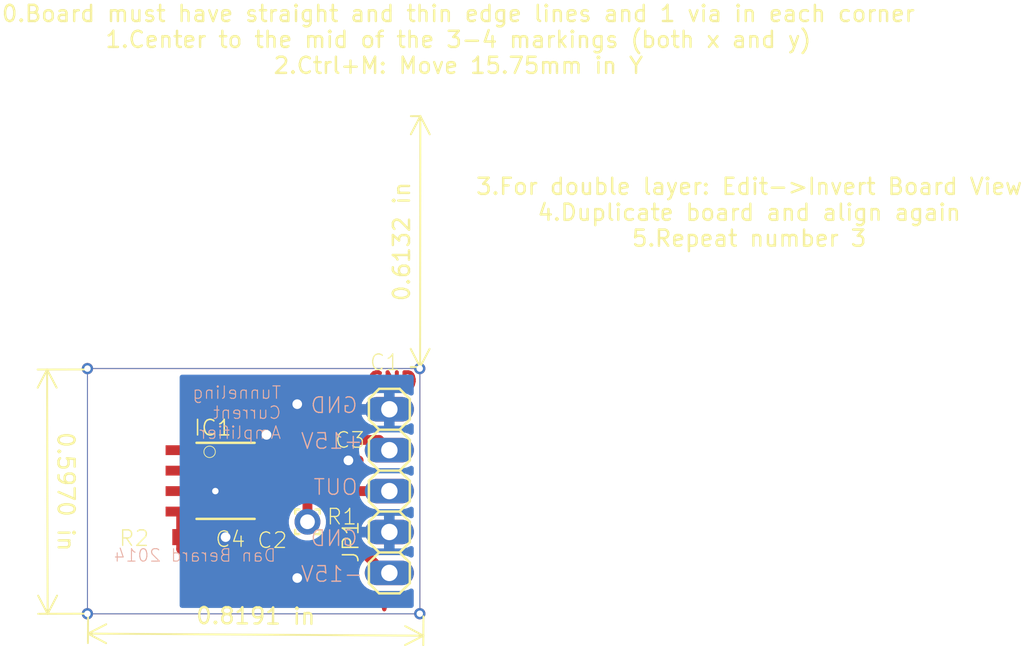
<source format=kicad_pcb>
(kicad_pcb (version 20171130) (host pcbnew "(5.1.5)-3")

  (general
    (thickness 1.6)
    (drawings 23)
    (tracks 51)
    (zones 0)
    (modules 11)
    (nets 7)
  )

  (page A4 portrait)
  (layers
    (0 Top signal)
    (31 Bottom signal)
    (32 B.Adhes user)
    (33 F.Adhes user)
    (34 B.Paste user)
    (35 F.Paste user)
    (36 B.SilkS user)
    (37 F.SilkS user)
    (38 B.Mask user)
    (39 F.Mask user)
    (40 Dwgs.User user)
    (41 Cmts.User user)
    (42 Eco1.User user)
    (43 Eco2.User user)
    (44 Edge.Cuts user)
    (45 Margin user)
    (46 B.CrtYd user)
    (47 F.CrtYd user)
    (48 B.Fab user)
    (49 F.Fab user)
  )

  (setup
    (last_trace_width 0.25)
    (user_trace_width 0.6096)
    (user_trace_width 0.9144)
    (user_trace_width 1.2192)
    (user_trace_width 1.6002)
    (user_trace_width 2.032)
    (trace_clearance 0.2)
    (zone_clearance 0.35)
    (zone_45_only no)
    (trace_min 0.2)
    (via_size 0.8)
    (via_drill 0.4)
    (via_min_size 0.4)
    (via_min_drill 0.3)
    (user_via 0.7 0.4)
    (user_via 1 0.6)
    (user_via 2 0.7)
    (uvia_size 0.3)
    (uvia_drill 0.1)
    (uvias_allowed no)
    (uvia_min_size 0.2)
    (uvia_min_drill 0.1)
    (edge_width 0.05)
    (segment_width 0.2)
    (pcb_text_width 0.3)
    (pcb_text_size 1.5 1.5)
    (mod_edge_width 0.12)
    (mod_text_size 1 1)
    (mod_text_width 0.15)
    (pad_size 1.524 1.524)
    (pad_drill 0.762)
    (pad_to_mask_clearance 0.051)
    (solder_mask_min_width 0.25)
    (aux_axis_origin 0 0)
    (visible_elements 7FFFFFFF)
    (pcbplotparams
      (layerselection 0x00080_7ffffffe)
      (usegerberextensions false)
      (usegerberattributes false)
      (usegerberadvancedattributes false)
      (creategerberjobfile false)
      (excludeedgelayer true)
      (linewidth 0.100000)
      (plotframeref false)
      (viasonmask true)
      (mode 1)
      (useauxorigin false)
      (hpglpennumber 1)
      (hpglpenspeed 20)
      (hpglpendiameter 15.000000)
      (psnegative false)
      (psa4output false)
      (plotreference true)
      (plotvalue true)
      (plotinvisibletext false)
      (padsonsilk false)
      (subtractmaskfromsilk false)
      (outputformat 4)
      (mirror false)
      (drillshape 0)
      (scaleselection 1)
      (outputdirectory "out/"))
  )

  (net 0 "")
  (net 1 +9V)
  (net 2 -9V)
  (net 3 GND)
  (net 4 "Net-(JP1-Pad3)")
  (net 5 "Net-(IC1-Pad6)")
  (net 6 "Net-(IC1-Pad2)")

  (net_class Default "Esta é a classe de rede padrão."
    (clearance 0.2)
    (trace_width 0.25)
    (via_dia 0.8)
    (via_drill 0.4)
    (uvia_dia 0.3)
    (uvia_drill 0.1)
    (add_net +9V)
    (add_net -9V)
    (add_net GND)
    (add_net "Net-(IC1-Pad2)")
    (add_net "Net-(IC1-Pad6)")
    (add_net "Net-(JP1-Pad3)")
  )

  (module "" (layer Top) (tedit 0) (tstamp 5E91E234)
    (at 141.92748 35.35888)
    (fp_text reference @HOLE0 (at 0 0) (layer F.SilkS) hide
      (effects (font (size 1.27 1.27) (thickness 0.15)))
    )
    (fp_text value "" (at 0 0) (layer F.SilkS)
      (effects (font (size 1.27 1.27) (thickness 0.15)))
    )
    (pad "" np_thru_hole circle (at 0 0) (size 2.1082 2.1082) (drill 2.1082) (layers *.Cu *.Mask))
  )

  (module "" (layer Top) (tedit 0) (tstamp 5E91E285)
    (at 143.51498 41.07388)
    (fp_text reference @HOLE1 (at 0 0) (layer F.SilkS) hide
      (effects (font (size 1.27 1.27) (thickness 0.15)))
    )
    (fp_text value "" (at 0 0) (layer F.SilkS)
      (effects (font (size 1.27 1.27) (thickness 0.15)))
    )
    (pad "" np_thru_hole circle (at 0 0) (size 2.2606 2.2606) (drill 2.2606) (layers *.Cu *.Mask))
  )

  (module "" (layer Top) (tedit 0) (tstamp 5E91E1BF)
    (at 143.51498 29.64388)
    (fp_text reference @HOLE2 (at 0 0) (layer F.SilkS) hide
      (effects (font (size 1.27 1.27) (thickness 0.15)))
    )
    (fp_text value "" (at 0 0) (layer F.SilkS)
      (effects (font (size 1.27 1.27) (thickness 0.15)))
    )
    (pad "" np_thru_hole circle (at 0 0) (size 2.2606 2.2606) (drill 2.2606) (layers *.Cu *.Mask))
  )

  (module tunnelAmp:C_6032-28W (layer Top) (tedit 0) (tstamp 5E91E2C3)
    (at 151.76998 29.96138 180)
    (descr "<b>Chip Capacitor Type KEMET C / EIA 6032-28 Wafe solder</b><p>\nKEMET U / EIA 6032-15")
    (path /5D5D4D2F)
    (fp_text reference C1 (at -5.08 2.032) (layer F.SilkS)
      (effects (font (size 0.9652 0.9652) (thickness 0.077216)) (justify left bottom))
    )
    (fp_text value 4.7uF (at -3 3.05 180) (layer F.Fab) hide
      (effects (font (size 1.2065 1.2065) (thickness 0.1016)) (justify right top))
    )
    (fp_poly (pts (xy 1.95 1.575) (xy 2.45 1.575) (xy 2.45 -1.575) (xy 1.95 -1.575)) (layer F.Fab) (width 0))
    (fp_poly (pts (xy 2.85 1.1) (xy 3 1.1) (xy 3 -1.1) (xy 2.85 -1.1)) (layer F.Fab) (width 0))
    (fp_poly (pts (xy -3 1.1) (xy -2.85 1.1) (xy -2.85 -1.1) (xy -3 -1.1)) (layer F.Fab) (width 0))
    (fp_line (start -2.8 1.55) (end -2.8 -1.55) (layer F.Fab) (width 0.1016))
    (fp_line (start 2.8 1.55) (end -2.8 1.55) (layer F.Fab) (width 0.1016))
    (fp_line (start 2.8 -1.55) (end 2.8 1.55) (layer F.Fab) (width 0.1016))
    (fp_line (start -2.8 -1.55) (end 2.8 -1.55) (layer F.Fab) (width 0.1016))
    (pad - smd rect (at -2.625 0 180) (size 2.75 1.8) (layers Top F.Paste F.Mask)
      (net 3 GND) (solder_mask_margin 0.1016))
    (pad + smd rect (at 2.625 0 180) (size 2.75 1.8) (layers Top F.Paste F.Mask)
      (net 1 +9V) (solder_mask_margin 0.1016))
  )

  (module tunnelAmp:C_6032-28W (layer Top) (tedit 0) (tstamp 5E91E29F)
    (at 151.76998 40.75638 180)
    (descr "<b>Chip Capacitor Type KEMET C / EIA 6032-28 Wafe solder</b><p>\nKEMET U / EIA 6032-15")
    (path /39D9FF9F)
    (fp_text reference C2 (at 1.905 1.778) (layer F.SilkS)
      (effects (font (size 0.9652 0.9652) (thickness 0.077216)) (justify left bottom))
    )
    (fp_text value 4.7uF (at -3 3.05 180) (layer F.Fab) hide
      (effects (font (size 1.2065 1.2065) (thickness 0.1016)) (justify right top))
    )
    (fp_poly (pts (xy 1.95 1.575) (xy 2.45 1.575) (xy 2.45 -1.575) (xy 1.95 -1.575)) (layer F.Fab) (width 0))
    (fp_poly (pts (xy 2.85 1.1) (xy 3 1.1) (xy 3 -1.1) (xy 2.85 -1.1)) (layer F.Fab) (width 0))
    (fp_poly (pts (xy -3 1.1) (xy -2.85 1.1) (xy -2.85 -1.1) (xy -3 -1.1)) (layer F.Fab) (width 0))
    (fp_line (start -2.8 1.55) (end -2.8 -1.55) (layer F.Fab) (width 0.1016))
    (fp_line (start 2.8 1.55) (end -2.8 1.55) (layer F.Fab) (width 0.1016))
    (fp_line (start 2.8 -1.55) (end 2.8 1.55) (layer F.Fab) (width 0.1016))
    (fp_line (start -2.8 -1.55) (end 2.8 -1.55) (layer F.Fab) (width 0.1016))
    (pad - smd rect (at -2.625 0 180) (size 2.75 1.8) (layers Top F.Paste F.Mask)
      (net 3 GND) (solder_mask_margin 0.1016))
    (pad + smd rect (at 2.625 0 180) (size 2.75 1.8) (layers Top F.Paste F.Mask)
      (net 2 -9V) (solder_mask_margin 0.1016))
  )

  (module tunnelAmp:C0603 (layer Top) (tedit 0) (tstamp 5E91E0F4)
    (at 153.67498 33.45388)
    (descr "<b>CAPACITOR</b><p>\nchip")
    (path /88676885)
    (fp_text reference C3 (at 1.016 -0.6985) (layer F.SilkS)
      (effects (font (size 0.9652 0.9652) (thickness 0.077216)) (justify left bottom))
    )
    (fp_text value 0.1uF (at -0.889 2.032) (layer F.Fab) hide
      (effects (font (size 1.2065 1.2065) (thickness 0.1016)) (justify left bottom))
    )
    (fp_poly (pts (xy -0.1999 0.3) (xy 0.1999 0.3) (xy 0.1999 -0.3) (xy -0.1999 -0.3)) (layer F.Adhes) (width 0))
    (fp_poly (pts (xy 0.3302 0.4699) (xy 0.8303 0.4699) (xy 0.8303 -0.4801) (xy 0.3302 -0.4801)) (layer F.Fab) (width 0))
    (fp_poly (pts (xy -0.8382 0.4699) (xy -0.3381 0.4699) (xy -0.3381 -0.4801) (xy -0.8382 -0.4801)) (layer F.Fab) (width 0))
    (fp_line (start -0.356 0.419) (end 0.356 0.419) (layer F.Fab) (width 0.1016))
    (fp_line (start -0.356 -0.432) (end 0.356 -0.432) (layer F.Fab) (width 0.1016))
    (fp_line (start -1.473 0.983) (end -1.473 -0.983) (layer Dwgs.User) (width 0.0508))
    (fp_line (start 1.473 0.983) (end -1.473 0.983) (layer Dwgs.User) (width 0.0508))
    (fp_line (start 1.473 -0.983) (end 1.473 0.983) (layer Dwgs.User) (width 0.0508))
    (fp_line (start -1.473 -0.983) (end 1.473 -0.983) (layer Dwgs.User) (width 0.0508))
    (pad 2 smd rect (at 0.85 0) (size 1.1 1) (layers Top F.Paste F.Mask)
      (net 3 GND) (solder_mask_margin 0.1016))
    (pad 1 smd rect (at -0.85 0) (size 1.1 1) (layers Top F.Paste F.Mask)
      (net 1 +9V) (solder_mask_margin 0.1016))
  )

  (module tunnelAmp:C0603 (layer Top) (tedit 0) (tstamp 5E91E25F)
    (at 146.05498 38.21638)
    (descr "<b>CAPACITOR</b><p>\nchip")
    (path /03F6E73E)
    (fp_text reference C4 (at 1.2065 0.6985) (layer F.SilkS)
      (effects (font (size 0.9652 0.9652) (thickness 0.077216)) (justify left bottom))
    )
    (fp_text value 0.1uF (at -0.889 2.032) (layer F.Fab) hide
      (effects (font (size 1.2065 1.2065) (thickness 0.1016)) (justify left bottom))
    )
    (fp_poly (pts (xy -0.1999 0.3) (xy 0.1999 0.3) (xy 0.1999 -0.3) (xy -0.1999 -0.3)) (layer F.Adhes) (width 0))
    (fp_poly (pts (xy 0.3302 0.4699) (xy 0.8303 0.4699) (xy 0.8303 -0.4801) (xy 0.3302 -0.4801)) (layer F.Fab) (width 0))
    (fp_poly (pts (xy -0.8382 0.4699) (xy -0.3381 0.4699) (xy -0.3381 -0.4801) (xy -0.8382 -0.4801)) (layer F.Fab) (width 0))
    (fp_line (start -0.356 0.419) (end 0.356 0.419) (layer F.Fab) (width 0.1016))
    (fp_line (start -0.356 -0.432) (end 0.356 -0.432) (layer F.Fab) (width 0.1016))
    (fp_line (start -1.473 0.983) (end -1.473 -0.983) (layer Dwgs.User) (width 0.0508))
    (fp_line (start 1.473 0.983) (end -1.473 0.983) (layer Dwgs.User) (width 0.0508))
    (fp_line (start 1.473 -0.983) (end 1.473 0.983) (layer Dwgs.User) (width 0.0508))
    (fp_line (start -1.473 -0.983) (end 1.473 -0.983) (layer Dwgs.User) (width 0.0508))
    (pad 2 smd rect (at 0.85 0) (size 1.1 1) (layers Top F.Paste F.Mask)
      (net 3 GND) (solder_mask_margin 0.1016))
    (pad 1 smd rect (at -0.85 0) (size 1.1 1) (layers Top F.Paste F.Mask)
      (net 2 -9V) (solder_mask_margin 0.1016))
  )

  (module tunnelAmp:R0603 (layer Top) (tedit 0) (tstamp 5E91E073)
    (at 153.67498 35.35888)
    (descr "<b>RESISTOR</b><p>\nchip")
    (path /A4A47D12)
    (fp_text reference R1 (at 0.508 2.159) (layer F.SilkS)
      (effects (font (size 0.9652 0.9652) (thickness 0.077216)) (justify left bottom))
    )
    (fp_text value 220 (at -0.889 2.032) (layer F.Fab) hide
      (effects (font (size 1.2065 1.2065) (thickness 0.1016)) (justify left bottom))
    )
    (fp_poly (pts (xy -0.1999 0.4001) (xy 0.1999 0.4001) (xy 0.1999 -0.4001) (xy -0.1999 -0.4001)) (layer F.Adhes) (width 0))
    (fp_poly (pts (xy -0.8382 0.4318) (xy -0.4318 0.4318) (xy -0.4318 -0.4318) (xy -0.8382 -0.4318)) (layer F.Fab) (width 0))
    (fp_poly (pts (xy 0.4318 0.4318) (xy 0.8382 0.4318) (xy 0.8382 -0.4318) (xy 0.4318 -0.4318)) (layer F.Fab) (width 0))
    (fp_line (start -1.473 0.983) (end -1.473 -0.983) (layer Dwgs.User) (width 0.0508))
    (fp_line (start 1.473 0.983) (end -1.473 0.983) (layer Dwgs.User) (width 0.0508))
    (fp_line (start 1.473 -0.983) (end 1.473 0.983) (layer Dwgs.User) (width 0.0508))
    (fp_line (start -1.473 -0.983) (end 1.473 -0.983) (layer Dwgs.User) (width 0.0508))
    (fp_line (start 0.432 -0.356) (end -0.432 -0.356) (layer F.Fab) (width 0.1524))
    (fp_line (start -0.432 0.356) (end 0.432 0.356) (layer F.Fab) (width 0.1524))
    (pad 2 smd rect (at 0.85 0) (size 1 1.1) (layers Top F.Paste F.Mask)
      (net 4 "Net-(JP1-Pad3)") (solder_mask_margin 0.1016))
    (pad 1 smd rect (at -0.85 0) (size 1 1.1) (layers Top F.Paste F.Mask)
      (net 5 "Net-(IC1-Pad6)") (solder_mask_margin 0.1016))
  )

  (module tunnelAmp:SO08 (layer Top) (tedit 0) (tstamp 5E91E0B6)
    (at 147.95998 34.72388 270)
    (descr "<b>Small Outline Package</b>")
    (path /22F7723E)
    (fp_text reference IC1 (at -2.7305 2.032) (layer F.SilkS)
      (effects (font (size 0.9652 0.9652) (thickness 0.09652)) (justify left bottom))
    )
    (fp_text value OPA124U (at 4.0005 2.032) (layer F.Fab) hide
      (effects (font (size 1.2065 1.2065) (thickness 0.127)) (justify left bottom))
    )
    (fp_poly (pts (xy 1.7272 -1.8542) (xy 2.0828 -1.8542) (xy 2.0828 -2.8702) (xy 1.7272 -2.8702)) (layer F.Fab) (width 0))
    (fp_poly (pts (xy 0.4572 -1.8542) (xy 0.8128 -1.8542) (xy 0.8128 -2.8702) (xy 0.4572 -2.8702)) (layer F.Fab) (width 0))
    (fp_poly (pts (xy -0.8128 -1.8542) (xy -0.4572 -1.8542) (xy -0.4572 -2.8702) (xy -0.8128 -2.8702)) (layer F.Fab) (width 0))
    (fp_poly (pts (xy -2.0828 -1.8542) (xy -1.7272 -1.8542) (xy -1.7272 -2.8702) (xy -2.0828 -2.8702)) (layer F.Fab) (width 0))
    (fp_poly (pts (xy 1.7272 2.8702) (xy 2.0828 2.8702) (xy 2.0828 1.8542) (xy 1.7272 1.8542)) (layer F.Fab) (width 0))
    (fp_poly (pts (xy 0.4572 2.8702) (xy 0.8128 2.8702) (xy 0.8128 1.8542) (xy 0.4572 1.8542)) (layer F.Fab) (width 0))
    (fp_poly (pts (xy -0.8128 2.8702) (xy -0.4572 2.8702) (xy -0.4572 1.8542) (xy -0.8128 1.8542)) (layer F.Fab) (width 0))
    (fp_poly (pts (xy -2.0828 2.8702) (xy -1.7272 2.8702) (xy -1.7272 1.8542) (xy -2.0828 1.8542)) (layer F.Fab) (width 0))
    (fp_circle (center -1.8034 0.9906) (end -1.4478 0.9906) (layer F.SilkS) (width 0.0508))
    (fp_line (start -2.362 -1.803) (end -2.362 1.803) (layer F.SilkS) (width 0.1524))
    (fp_line (start 2.362 -1.803) (end -2.362 -1.803) (layer F.Fab) (width 0.1524))
    (fp_line (start 2.362 1.803) (end 2.362 -1.803) (layer F.SilkS) (width 0.1524))
    (fp_line (start -2.362 1.803) (end 2.362 1.803) (layer F.Fab) (width 0.1524))
    (pad 5 smd rect (at 1.905 -2.6162 270) (size 0.6096 2.2098) (layers Top F.Paste F.Mask)
      (solder_mask_margin 0.1016))
    (pad 4 smd rect (at 1.905 2.6162 270) (size 0.6096 2.2098) (layers Top F.Paste F.Mask)
      (net 2 -9V) (solder_mask_margin 0.1016))
    (pad 6 smd rect (at 0.635 -2.6162 270) (size 0.6096 2.2098) (layers Top F.Paste F.Mask)
      (net 5 "Net-(IC1-Pad6)") (solder_mask_margin 0.1016))
    (pad 7 smd rect (at -0.635 -2.6162 270) (size 0.6096 2.2098) (layers Top F.Paste F.Mask)
      (net 1 +9V) (solder_mask_margin 0.1016))
    (pad 3 smd rect (at 0.635 2.6162 270) (size 0.6096 2.2098) (layers Top F.Paste F.Mask)
      (net 3 GND) (solder_mask_margin 0.1016))
    (pad 2 smd rect (at -0.635 2.6162 270) (size 0.6096 2.2098) (layers Top F.Paste F.Mask)
      (net 6 "Net-(IC1-Pad2)") (solder_mask_margin 0.1016))
    (pad 8 smd rect (at -1.905 -2.6162 270) (size 0.6096 2.2098) (layers Top F.Paste F.Mask)
      (net 3 GND) (solder_mask_margin 0.1016))
    (pad 1 smd rect (at -1.905 2.6162 270) (size 0.6096 2.2098) (layers Top F.Paste F.Mask)
      (solder_mask_margin 0.1016))
  )

  (module tunnelAmp:1X05 (layer Top) (tedit 0) (tstamp 5E91E159)
    (at 158.11998 35.35888 270)
    (descr "<b>PIN HEADER</b>")
    (path /0B60073D)
    (fp_text reference JP1 (at 4.5212 1.8288 90) (layer F.SilkS)
      (effects (font (size 0.9652 0.9652) (thickness 0.09652)) (justify left bottom))
    )
    (fp_text value PINHD-1X5 (at -6.35 3.175 90) (layer F.Fab)
      (effects (font (size 1.2065 1.2065) (thickness 0.09652)) (justify left bottom))
    )
    (fp_poly (pts (xy 4.826 0.254) (xy 5.334 0.254) (xy 5.334 -0.254) (xy 4.826 -0.254)) (layer F.Fab) (width 0))
    (fp_poly (pts (xy -5.334 0.254) (xy -4.826 0.254) (xy -4.826 -0.254) (xy -5.334 -0.254)) (layer F.Fab) (width 0))
    (fp_poly (pts (xy -2.794 0.254) (xy -2.286 0.254) (xy -2.286 -0.254) (xy -2.794 -0.254)) (layer F.Fab) (width 0))
    (fp_poly (pts (xy -0.254 0.254) (xy 0.254 0.254) (xy 0.254 -0.254) (xy -0.254 -0.254)) (layer F.Fab) (width 0))
    (fp_poly (pts (xy 2.286 0.254) (xy 2.794 0.254) (xy 2.794 -0.254) (xy 2.286 -0.254)) (layer F.Fab) (width 0))
    (fp_line (start 5.715 1.27) (end 4.445 1.27) (layer F.SilkS) (width 0.1524))
    (fp_line (start 3.81 0.635) (end 4.445 1.27) (layer F.SilkS) (width 0.1524))
    (fp_line (start 4.445 -1.27) (end 3.81 -0.635) (layer F.SilkS) (width 0.1524))
    (fp_line (start 6.35 0.635) (end 5.715 1.27) (layer F.SilkS) (width 0.1524))
    (fp_line (start 6.35 -0.635) (end 6.35 0.635) (layer F.SilkS) (width 0.1524))
    (fp_line (start 5.715 -1.27) (end 6.35 -0.635) (layer F.SilkS) (width 0.1524))
    (fp_line (start 4.445 -1.27) (end 5.715 -1.27) (layer F.SilkS) (width 0.1524))
    (fp_line (start -4.445 1.27) (end -5.715 1.27) (layer F.SilkS) (width 0.1524))
    (fp_line (start -6.35 0.635) (end -5.715 1.27) (layer F.SilkS) (width 0.1524))
    (fp_line (start -5.715 -1.27) (end -6.35 -0.635) (layer F.SilkS) (width 0.1524))
    (fp_line (start -6.35 -0.635) (end -6.35 0.635) (layer F.SilkS) (width 0.1524))
    (fp_line (start -3.175 1.27) (end -3.81 0.635) (layer F.SilkS) (width 0.1524))
    (fp_line (start -1.905 1.27) (end -3.175 1.27) (layer F.SilkS) (width 0.1524))
    (fp_line (start -1.27 0.635) (end -1.905 1.27) (layer F.SilkS) (width 0.1524))
    (fp_line (start -1.27 -0.635) (end -1.27 0.635) (layer F.SilkS) (width 0.1524))
    (fp_line (start -1.905 -1.27) (end -1.27 -0.635) (layer F.SilkS) (width 0.1524))
    (fp_line (start -3.175 -1.27) (end -1.905 -1.27) (layer F.SilkS) (width 0.1524))
    (fp_line (start -3.81 -0.635) (end -3.175 -1.27) (layer F.SilkS) (width 0.1524))
    (fp_line (start -3.81 0.635) (end -4.445 1.27) (layer F.SilkS) (width 0.1524))
    (fp_line (start -3.81 -0.635) (end -3.81 0.635) (layer F.SilkS) (width 0.1524))
    (fp_line (start -4.445 -1.27) (end -3.81 -0.635) (layer F.SilkS) (width 0.1524))
    (fp_line (start -5.715 -1.27) (end -4.445 -1.27) (layer F.SilkS) (width 0.1524))
    (fp_line (start 3.175 1.27) (end 1.905 1.27) (layer F.SilkS) (width 0.1524))
    (fp_line (start 1.27 0.635) (end 1.905 1.27) (layer F.SilkS) (width 0.1524))
    (fp_line (start 1.905 -1.27) (end 1.27 -0.635) (layer F.SilkS) (width 0.1524))
    (fp_line (start -0.635 1.27) (end -1.27 0.635) (layer F.SilkS) (width 0.1524))
    (fp_line (start 0.635 1.27) (end -0.635 1.27) (layer F.SilkS) (width 0.1524))
    (fp_line (start 1.27 0.635) (end 0.635 1.27) (layer F.SilkS) (width 0.1524))
    (fp_line (start 1.27 -0.635) (end 1.27 0.635) (layer F.SilkS) (width 0.1524))
    (fp_line (start 0.635 -1.27) (end 1.27 -0.635) (layer F.SilkS) (width 0.1524))
    (fp_line (start -0.635 -1.27) (end 0.635 -1.27) (layer F.SilkS) (width 0.1524))
    (fp_line (start -1.27 -0.635) (end -0.635 -1.27) (layer F.SilkS) (width 0.1524))
    (fp_line (start 3.81 0.635) (end 3.175 1.27) (layer F.SilkS) (width 0.1524))
    (fp_line (start 3.81 -0.635) (end 3.81 0.635) (layer F.SilkS) (width 0.1524))
    (fp_line (start 3.175 -1.27) (end 3.81 -0.635) (layer F.SilkS) (width 0.1524))
    (fp_line (start 1.905 -1.27) (end 3.175 -1.27) (layer F.SilkS) (width 0.1524))
    (pad 5 thru_hole oval (at 5.08 0) (size 3.048 1.524) (drill 1.016) (layers *.Cu *.Mask)
      (net 2 -9V) (solder_mask_margin 0.1016))
    (pad 4 thru_hole oval (at 2.54 0) (size 3.048 1.524) (drill 1.016) (layers *.Cu *.Mask)
      (net 3 GND) (solder_mask_margin 0.1016))
    (pad 3 thru_hole oval (at 0 0) (size 3.048 1.524) (drill 1.016) (layers *.Cu *.Mask)
      (net 4 "Net-(JP1-Pad3)") (solder_mask_margin 0.1016))
    (pad 2 thru_hole oval (at -2.54 0) (size 3.048 1.524) (drill 1.016) (layers *.Cu *.Mask)
      (net 1 +9V) (solder_mask_margin 0.1016))
    (pad 1 thru_hole oval (at -5.08 0) (size 3.048 1.524) (drill 1.016) (layers *.Cu *.Mask)
      (net 3 GND) (solder_mask_margin 0.1016))
  )

  (module tunnelAmp:1,6_0,9 (layer Top) (tedit 0) (tstamp 5E91E1E3)
    (at 153.03998 37.26388)
    (descr "<b>THROUGH-HOLE PAD</b>")
    (path /BDB91568)
    (fp_text reference PAD1 (at -0.762 -1.016) (layer F.SilkS) hide
      (effects (font (size 1.2065 1.2065) (thickness 0.127)) (justify left bottom))
    )
    (fp_text value 1,6_0,9 (at 0 -0.6) (layer F.Fab)
      (effects (font (size 0.02413 0.02413) (thickness 0.00193)) (justify left bottom))
    )
    (fp_circle (center 0 0) (end 0.635 0) (layer F.Fab) (width 0.1524))
    (fp_line (start 0.762 -0.762) (end 0.508 -0.762) (layer F.SilkS) (width 0.1524))
    (fp_line (start 0.762 -0.508) (end 0.762 -0.762) (layer F.SilkS) (width 0.1524))
    (fp_line (start 0.762 0.762) (end 0.762 0.508) (layer F.SilkS) (width 0.1524))
    (fp_line (start 0.508 0.762) (end 0.762 0.762) (layer F.SilkS) (width 0.1524))
    (fp_line (start -0.762 0.762) (end -0.508 0.762) (layer F.SilkS) (width 0.1524))
    (fp_line (start -0.762 0.508) (end -0.762 0.762) (layer F.SilkS) (width 0.1524))
    (fp_line (start -0.762 -0.762) (end -0.762 -0.508) (layer F.SilkS) (width 0.1524))
    (fp_line (start -0.508 -0.762) (end -0.762 -0.762) (layer F.SilkS) (width 0.1524))
    (pad 1 thru_hole circle (at 0 0) (size 1.6002 1.6002) (drill 0.9144) (layers *.Cu *.Mask)
      (net 5 "Net-(IC1-Pad6)") (solder_mask_margin 0.1016))
  )

  (gr_text "3.For double layer: Edit->Invert Board View\n4.Duplicate board and align again\n5.Repeat number 3\n" (at 180.4416 18.0594) (layer F.SilkS) (tstamp 5EA1EA64)
    (effects (font (size 1 1) (thickness 0.15)))
  )
  (gr_line (start 139.38494 27.74634) (end 139.38494 42.97634) (layer Bottom) (width 0.05) (tstamp 5E91F9F0))
  (gr_line (start 160.00994 27.74634) (end 139.38494 27.74634) (layer Bottom) (width 0.05) (tstamp 5E91F9EF))
  (gr_line (start 160.00994 42.97634) (end 160.00994 27.74634) (layer Bottom) (width 0.05) (tstamp 5E91F9EE))
  (gr_line (start 139.38494 42.97634) (end 160.00994 42.97634) (layer Bottom) (width 0.05) (tstamp 5E91F9ED))
  (gr_text "0.Board must have straight and thin edge lines and 1 via in each corner\n1.Center to the mid of the 3-4 markings (both x and y)\n2.Ctrl+M: Move 15.75mm in Y" (at 162.39998 7.3279) (layer F.SilkS)
    (effects (font (size 1 1) (thickness 0.15)))
  )
  (dimension 15.575285 (width 0.12) (layer F.SilkS)
    (gr_text "15,75 mm" (at 158.763888 19.866838 90) (layer F.SilkS)
      (effects (font (size 1 1) (thickness 0.15)))
    )
    (feature1 (pts (xy 160.03524 27.65552) (xy 159.441117 27.655036)))
    (feature2 (pts (xy 160.04794 12.08024) (xy 159.453817 12.079756)))
    (crossbar (pts (xy 160.040238 12.080234) (xy 160.027538 27.655514)))
    (arrow1a (pts (xy 160.027538 27.655514) (xy 159.442036 26.528532)))
    (arrow1b (pts (xy 160.027538 27.655514) (xy 160.614877 26.529489)))
    (arrow2a (pts (xy 160.040238 12.080234) (xy 159.452899 13.206259)))
    (arrow2b (pts (xy 160.040238 12.080234) (xy 160.62574 13.207216)))
  )
  (dimension 15.164376 (width 0.12) (layer F.SilkS) (tstamp 5E91E043)
    (gr_text "15,164 mm" (at 135.634766 35.397503 -89.87523996) (layer F.SilkS) (tstamp 5E91E043)
      (effects (font (size 1 1) (thickness 0.15)))
    )
    (feature1 (pts (xy 139.27074 27.80738) (xy 136.301833 27.813845)))
    (feature2 (pts (xy 139.30376 42.97172) (xy 136.334853 42.978185)))
    (crossbar (pts (xy 136.921273 42.976908) (xy 136.888253 27.812568)))
    (arrow1a (pts (xy 136.888253 27.812568) (xy 137.477125 28.937792)))
    (arrow1b (pts (xy 136.888253 27.812568) (xy 136.304287 28.940346)))
    (arrow2a (pts (xy 136.921273 42.976908) (xy 137.505239 41.84913)))
    (arrow2b (pts (xy 136.921273 42.976908) (xy 136.332401 41.851684)))
  )
  (dimension 20.805543 (width 0.12) (layer F.SilkS) (tstamp 5E91E037)
    (gr_text "20,806 mm" (at 149.817939 45.541422 -0.3567387371) (layer F.SilkS) (tstamp 5E91E037)
      (effects (font (size 1 1) (thickness 0.15)))
    )
    (feature1 (pts (xy 139.43076 43.00474) (xy 139.419625 44.793086)))
    (feature2 (pts (xy 160.2359 43.13428) (xy 160.224765 44.922626)))
    (crossbar (pts (xy 160.228416 44.336217) (xy 139.423276 44.206677)))
    (arrow1a (pts (xy 139.423276 44.206677) (xy 140.553409 43.627281)))
    (arrow1b (pts (xy 139.423276 44.206677) (xy 140.546107 44.8001)))
    (arrow2a (pts (xy 160.228416 44.336217) (xy 159.105585 43.742794)))
    (arrow2b (pts (xy 160.228416 44.336217) (xy 159.098283 44.915613)))
  )
  (gr_text GND (at 158.29788 28.53128) (layer Top) (tstamp 5E91E204)
    (effects (font (size 1 1) (thickness 0.25)))
  )
  (gr_text V- (at 158.42488 42.24728) (layer Top) (tstamp 5E91E111)
    (effects (font (size 1 1) (thickness 0.25)))
  )
  (gr_line (start 139.38748 42.97888) (end 160.01248 42.97888) (layer Top) (width 0.05) (tstamp 5E91E2DC))
  (gr_line (start 160.01248 27.74888) (end 139.38748 27.74888) (layer Top) (width 0.05) (tstamp 5E91E11A))
  (gr_line (start 139.38748 27.74888) (end 139.38748 42.97888) (layer Top) (width 0.05) (tstamp 5E91E117))
  (gr_line (start 160.01248 42.97888) (end 160.01248 27.74888) (layer Top) (width 0.05) (tstamp 5E91E240))
  (gr_text "Tunneling\nCurrent\nAmplifier" (at 151.45248 32.18388) (layer B.SilkS) (tstamp 5E91E123)
    (effects (font (size 0.77216 0.77216) (thickness 0.065024)) (justify left bottom mirror))
  )
  (gr_text "Dan Berard 2014" (at 151.13498 39.80388) (layer B.SilkS) (tstamp 5E91E1FE)
    (effects (font (size 0.77216 0.77216) (thickness 0.065024)) (justify left bottom mirror))
  )
  (gr_text R2 (at 141.29248 38.85138) (layer F.SilkS) (tstamp 5E91E291)
    (effects (font (size 0.9652 0.9652) (thickness 0.08128)) (justify left bottom))
  )
  (gr_text GND (at 156.21498 30.59638) (layer B.SilkS) (tstamp 5E91E05D)
    (effects (font (size 0.9652 0.9652) (thickness 0.08128)) (justify left bottom mirror))
  )
  (gr_text +15V (at 156.53248 32.81888) (layer B.SilkS) (tstamp 5E91E099)
    (effects (font (size 0.9652 0.9652) (thickness 0.08128)) (justify left bottom mirror))
  )
  (gr_text OUT (at 156.21498 35.67638) (layer B.SilkS) (tstamp 5E91E1CB)
    (effects (font (size 0.9652 0.9652) (thickness 0.08128)) (justify left bottom mirror))
  )
  (gr_text GND (at 156.21498 38.85138) (layer B.SilkS) (tstamp 5E91E09C)
    (effects (font (size 0.9652 0.9652) (thickness 0.08128)) (justify left bottom mirror))
  )
  (gr_text -15V (at 156.53248 41.07388) (layer B.SilkS) (tstamp 5E91E201)
    (effects (font (size 0.9652 0.9652) (thickness 0.08128)) (justify left bottom mirror))
  )

  (via (at 139.39012 27.75458) (size 0.7) (drill 0.4) (layers Top Bottom) (net 0))
  (via (at 139.38758 42.97426) (size 0.7) (drill 0.4) (layers Top Bottom) (net 0))
  (via (at 160.0073 42.97172) (size 0.7) (drill 0.4) (layers Top Bottom) (net 0))
  (via (at 160.00476 27.75204) (size 0.7) (drill 0.4) (layers Top Bottom) (net 0))
  (segment (start 149.14498 29.96138) (end 148.59498 30.51138) (width 0.6096) (layer Top) (net 1) (tstamp 5E91E126))
  (segment (start 148.59498 30.51138) (end 148.59498 33.45388) (width 0.6096) (layer Top) (net 1) (tstamp 5E91E27C))
  (segment (start 148.59498 33.45388) (end 149.22998 34.08888) (width 0.6096) (layer Top) (net 1) (tstamp 5E91E210))
  (segment (start 149.22998 34.08888) (end 150.57618 34.08888) (width 0.6096) (layer Top) (net 1) (tstamp 5E91E093))
  (segment (start 158.11998 32.81888) (end 157.48498 32.18388) (width 0.6096) (layer Top) (net 1) (tstamp 5E91E11D))
  (segment (start 157.48498 32.18388) (end 152.72248 32.18388) (width 0.6096) (layer Top) (net 1) (tstamp 5E91E051))
  (segment (start 152.72248 32.18388) (end 150.49998 29.96138) (width 0.6096) (layer Top) (net 1) (tstamp 5E91E222))
  (segment (start 150.49998 29.96138) (end 149.14498 29.96138) (width 0.6096) (layer Top) (net 1) (tstamp 5E91E219))
  (segment (start 152.82498 33.45388) (end 152.18998 34.08888) (width 0.6096) (layer Top) (net 1) (tstamp 5E91E207))
  (segment (start 152.18998 34.08888) (end 150.57618 34.08888) (width 0.6096) (layer Top) (net 1) (tstamp 5E91E04B))
  (segment (start 145.34378 36.62888) (end 145.20498 36.62888) (width 0.4064) (layer Top) (net 2) (tstamp 5E91E21F))
  (segment (start 145.20498 36.62888) (end 145.20498 38.21638) (width 0.6096) (layer Top) (net 2) (tstamp 5E91E213))
  (segment (start 156.21498 38.85138) (end 150.81748 38.85138) (width 0.6096) (layer Top) (net 2) (tstamp 5E91E054))
  (segment (start 150.81748 38.85138) (end 149.22998 40.43888) (width 0.6096) (layer Top) (net 2) (tstamp 5E91E05A))
  (segment (start 149.22998 40.43888) (end 149.14498 40.75638) (width 0.6096) (layer Top) (net 2) (tstamp 5E91E24C))
  (segment (start 156.21498 38.85138) (end 157.80248 40.43888) (width 0.6096) (layer Top) (net 2) (tstamp 5E91E048))
  (segment (start 157.80248 40.43888) (end 158.11998 40.43888) (width 0.6096) (layer Top) (net 2) (tstamp 5E91E28E))
  (segment (start 149.14498 40.75638) (end 147.87498 39.48638) (width 0.6096) (layer Top) (net 2) (tstamp 5E91E057))
  (segment (start 147.87498 39.48638) (end 145.73748 39.48638) (width 0.6096) (layer Top) (net 2) (tstamp 5E91E20A))
  (segment (start 145.73748 39.48638) (end 145.20498 38.95388) (width 0.6096) (layer Top) (net 2) (tstamp 5E91E060))
  (segment (start 145.20498 38.95388) (end 145.20498 38.21638) (width 0.6096) (layer Top) (net 2) (tstamp 5E91E063))
  (segment (start 146.90498 38.21638) (end 147.95998 38.21638) (width 0.6096) (layer Top) (net 3) (tstamp 5E91E243))
  (via (at 147.95998 38.21638) (size 1.0064) (drill 0.6) (layers Top Bottom) (net 3) (tstamp 5E91E27F))
  (segment (start 147.95998 38.21638) (end 147.95998 37.58138) (width 0.6096) (layer Top) (net 3) (tstamp 5E91E04E))
  (segment (start 154.52498 33.45388) (end 155.57998 33.45388) (width 0.6096) (layer Top) (net 3) (tstamp 5E91E21C))
  (via (at 155.57998 33.45388) (size 1.0064) (drill 0.6) (layers Top Bottom) (net 3) (tstamp 5E91E1CE))
  (segment (start 155.57998 33.45388) (end 156.21498 33.45388) (width 0.6096) (layer Top) (net 3) (tstamp 5E91E2DF))
  (segment (start 145.34378 35.35888) (end 147.32498 35.35888) (width 0.6096) (layer Top) (net 3) (tstamp 5E91E225))
  (segment (start 147.95998 35.35888) (end 147.32498 35.35888) (width 0.6096) (layer Top) (net 3) (tstamp 5E91E20D))
  (segment (start 154.39498 40.75638) (end 152.40498 40.75638) (width 0.6096) (layer Top) (net 3) (tstamp 5E91E246))
  (via (at 152.40498 40.75638) (size 1.0064) (drill 0.6) (layers Top Bottom) (net 3) (tstamp 5E91E22E))
  (segment (start 152.40498 40.75638) (end 152.40498 39.80388) (width 0.6096) (layer Top) (net 3) (tstamp 5E91E216))
  (segment (start 154.39498 29.96138) (end 152.40498 29.96138) (width 0.6096) (layer Top) (net 3) (tstamp 5E91E1D1))
  (via (at 152.40498 29.96138) (size 1.0064) (drill 0.6) (layers Top Bottom) (net 3) (tstamp 5E91E22B))
  (segment (start 152.40498 29.96138) (end 152.40498 30.91388) (width 0.6096) (layer Top) (net 3) (tstamp 5E91E1C8))
  (segment (start 150.57618 32.81888) (end 150.49998 32.74268) (width 0.6096) (layer Top) (net 3) (tstamp 5E91E096))
  (segment (start 150.49998 32.74268) (end 150.49998 31.86638) (width 0.6096) (layer Top) (net 3) (tstamp 5E91E114))
  (via (at 150.49998 31.86638) (size 1.0064) (drill 0.6) (layers Top Bottom) (net 3) (tstamp 5E91E228))
  (segment (start 150.49998 31.86638) (end 150.18248 32.18388) (width 0.6096) (layer Top) (net 3) (tstamp 5E91E1D4))
  (segment (start 154.39498 29.96138) (end 154.71248 30.27888) (width 0.6096) (layer Top) (net 3) (tstamp 5E91E24F))
  (segment (start 154.71248 30.27888) (end 158.43748 30.27888) (width 0.6096) (layer Top) (net 3) (tstamp 5E91E2E5))
  (segment (start 147.32498 35.35888) (end 147.32498 35.35888) (width 0.6096) (layer Top) (net 3) (tstamp 5E91E03F))
  (via (at 147.32498 35.35888) (size 0.8) (drill 0.4) (layers Top Bottom) (net 3) (tstamp 5E91E03C))
  (segment (start 154.52498 35.35888) (end 158.11998 35.35888) (width 0.6096) (layer Top) (net 4) (tstamp 5E91E2E2))
  (segment (start 152.82498 35.35888) (end 153.03998 35.57388) (width 0.6096) (layer Top) (net 5) (tstamp 5E91E249))
  (segment (start 153.03998 35.57388) (end 153.03998 37.26388) (width 0.6096) (layer Top) (net 5) (tstamp 5E91E120))
  (segment (start 152.82498 35.35888) (end 150.57618 35.35888) (width 0.6096) (layer Top) (net 5) (tstamp 5E91E23D))

  (zone (net 3) (net_name GND) (layer Bottom) (tstamp 5E922A7E) (hatch edge 0.508)
    (priority 6)
    (connect_pads (clearance 0.35))
    (min_thickness 0.3048)
    (fill yes (arc_segments 32) (thermal_gap 0.25) (thermal_bridge_width 0.6596))
    (polygon
      (pts
        (xy 160.3247 43.29162) (xy 145.1101 43.29162) (xy 145.1101 27.44202) (xy 160.3247 27.44202)
      )
    )
    (filled_polygon
      (pts
        (xy 159.480001 29.275889) (xy 159.278054 29.179403) (xy 159.0543 29.12242) (xy 158.2923 29.12242) (xy 158.2923 30.10942)
        (xy 158.3123 30.10942) (xy 158.3123 30.46422) (xy 158.2923 30.46422) (xy 158.2923 31.45122) (xy 159.0543 31.45122)
        (xy 159.278054 31.394237) (xy 159.480001 31.297751) (xy 159.480001 31.715497) (xy 159.363106 31.653015) (xy 159.124766 31.580716)
        (xy 158.939006 31.56242) (xy 157.290794 31.56242) (xy 157.105034 31.580716) (xy 156.866694 31.653015) (xy 156.647039 31.770424)
        (xy 156.454509 31.928429) (xy 156.296504 32.120959) (xy 156.179095 32.340614) (xy 156.106796 32.578954) (xy 156.082383 32.82682)
        (xy 156.106796 33.074686) (xy 156.179095 33.313026) (xy 156.296504 33.532681) (xy 156.454509 33.725211) (xy 156.647039 33.883216)
        (xy 156.866694 34.000625) (xy 157.105034 34.072924) (xy 157.290794 34.09122) (xy 158.939006 34.09122) (xy 159.124766 34.072924)
        (xy 159.363106 34.000625) (xy 159.480001 33.938143) (xy 159.480001 34.255497) (xy 159.363106 34.193015) (xy 159.124766 34.120716)
        (xy 158.939006 34.10242) (xy 157.290794 34.10242) (xy 157.105034 34.120716) (xy 156.866694 34.193015) (xy 156.647039 34.310424)
        (xy 156.454509 34.468429) (xy 156.296504 34.660959) (xy 156.179095 34.880614) (xy 156.106796 35.118954) (xy 156.082383 35.36682)
        (xy 156.106796 35.614686) (xy 156.179095 35.853026) (xy 156.296504 36.072681) (xy 156.454509 36.265211) (xy 156.647039 36.423216)
        (xy 156.866694 36.540625) (xy 157.105034 36.612924) (xy 157.290794 36.63122) (xy 158.939006 36.63122) (xy 159.124766 36.612924)
        (xy 159.363106 36.540625) (xy 159.48 36.478143) (xy 159.48 36.895889) (xy 159.278054 36.799403) (xy 159.0543 36.74242)
        (xy 158.2923 36.74242) (xy 158.2923 37.72942) (xy 158.3123 37.72942) (xy 158.3123 38.08422) (xy 158.2923 38.08422)
        (xy 158.2923 39.07122) (xy 159.0543 39.07122) (xy 159.278054 39.014237) (xy 159.48 38.917751) (xy 159.48 39.335497)
        (xy 159.363106 39.273015) (xy 159.124766 39.200716) (xy 158.939006 39.18242) (xy 157.290794 39.18242) (xy 157.105034 39.200716)
        (xy 156.866694 39.273015) (xy 156.647039 39.390424) (xy 156.454509 39.548429) (xy 156.296504 39.740959) (xy 156.179095 39.960614)
        (xy 156.106796 40.198954) (xy 156.082383 40.44682) (xy 156.106796 40.694686) (xy 156.179095 40.933026) (xy 156.296504 41.152681)
        (xy 156.454509 41.345211) (xy 156.647039 41.503216) (xy 156.866694 41.620625) (xy 157.105034 41.692924) (xy 157.290794 41.71122)
        (xy 158.939006 41.71122) (xy 159.124766 41.692924) (xy 159.363106 41.620625) (xy 159.48 41.558143) (xy 159.48 42.45942)
        (xy 145.2625 42.45942) (xy 145.2625 37.143535) (xy 151.7324 37.143535) (xy 151.7324 37.400105) (xy 151.782455 37.651745)
        (xy 151.88064 37.888785) (xy 152.023182 38.102115) (xy 152.204605 38.283538) (xy 152.417935 38.42608) (xy 152.654975 38.524265)
        (xy 152.906615 38.57432) (xy 153.163185 38.57432) (xy 153.414825 38.524265) (xy 153.651865 38.42608) (xy 153.865195 38.283538)
        (xy 153.886671 38.262062) (xy 156.244013 38.262062) (xy 156.28618 38.406223) (xy 156.404105 38.604734) (xy 156.558492 38.776425)
        (xy 156.743408 38.914697) (xy 156.951746 39.014237) (xy 157.1755 39.07122) (xy 157.9375 39.07122) (xy 157.9375 38.08422)
        (xy 156.303996 38.08422) (xy 156.244013 38.262062) (xy 153.886671 38.262062) (xy 154.046618 38.102115) (xy 154.18916 37.888785)
        (xy 154.287345 37.651745) (xy 154.307269 37.551578) (xy 156.244013 37.551578) (xy 156.303996 37.72942) (xy 157.9375 37.72942)
        (xy 157.9375 36.74242) (xy 157.1755 36.74242) (xy 156.951746 36.799403) (xy 156.743408 36.898943) (xy 156.558492 37.037215)
        (xy 156.404105 37.208906) (xy 156.28618 37.407417) (xy 156.244013 37.551578) (xy 154.307269 37.551578) (xy 154.3374 37.400105)
        (xy 154.3374 37.143535) (xy 154.287345 36.891895) (xy 154.18916 36.654855) (xy 154.046618 36.441525) (xy 153.865195 36.260102)
        (xy 153.651865 36.11756) (xy 153.414825 36.019375) (xy 153.163185 35.96932) (xy 152.906615 35.96932) (xy 152.654975 36.019375)
        (xy 152.417935 36.11756) (xy 152.204605 36.260102) (xy 152.023182 36.441525) (xy 151.88064 36.654855) (xy 151.782455 36.891895)
        (xy 151.7324 37.143535) (xy 145.2625 37.143535) (xy 145.2625 30.642062) (xy 156.244013 30.642062) (xy 156.28618 30.786223)
        (xy 156.404105 30.984734) (xy 156.558492 31.156425) (xy 156.743408 31.294697) (xy 156.951746 31.394237) (xy 157.1755 31.45122)
        (xy 157.9375 31.45122) (xy 157.9375 30.46422) (xy 156.303996 30.46422) (xy 156.244013 30.642062) (xy 145.2625 30.642062)
        (xy 145.2625 29.931578) (xy 156.244013 29.931578) (xy 156.303996 30.10942) (xy 157.9375 30.10942) (xy 157.9375 29.12242)
        (xy 157.1755 29.12242) (xy 156.951746 29.179403) (xy 156.743408 29.278943) (xy 156.558492 29.417215) (xy 156.404105 29.588906)
        (xy 156.28618 29.787417) (xy 156.244013 29.931578) (xy 145.2625 29.931578) (xy 145.2625 28.28422) (xy 159.480001 28.28422)
      )
    )
  )
)

</source>
